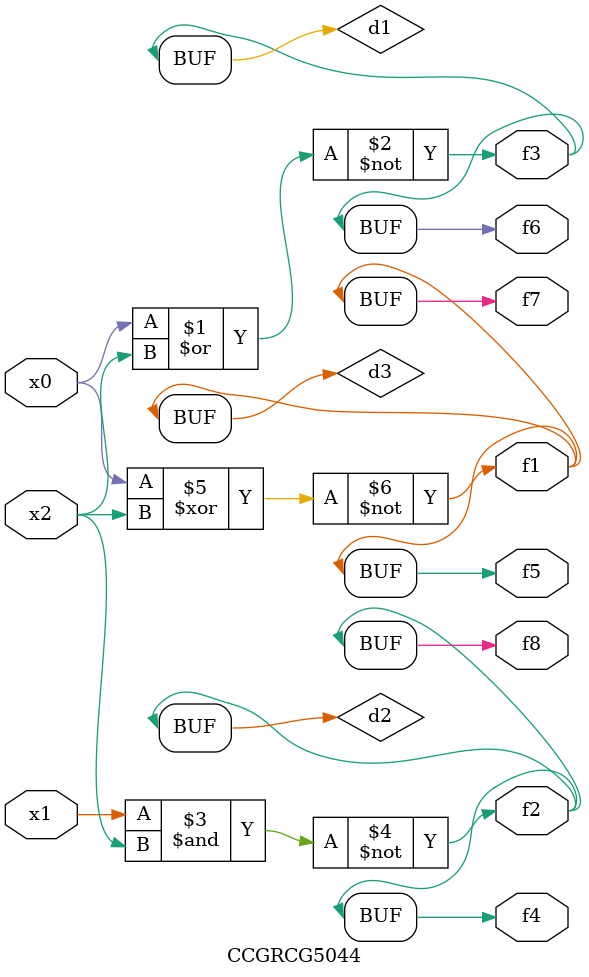
<source format=v>
module CCGRCG5044(
	input x0, x1, x2,
	output f1, f2, f3, f4, f5, f6, f7, f8
);

	wire d1, d2, d3;

	nor (d1, x0, x2);
	nand (d2, x1, x2);
	xnor (d3, x0, x2);
	assign f1 = d3;
	assign f2 = d2;
	assign f3 = d1;
	assign f4 = d2;
	assign f5 = d3;
	assign f6 = d1;
	assign f7 = d3;
	assign f8 = d2;
endmodule

</source>
